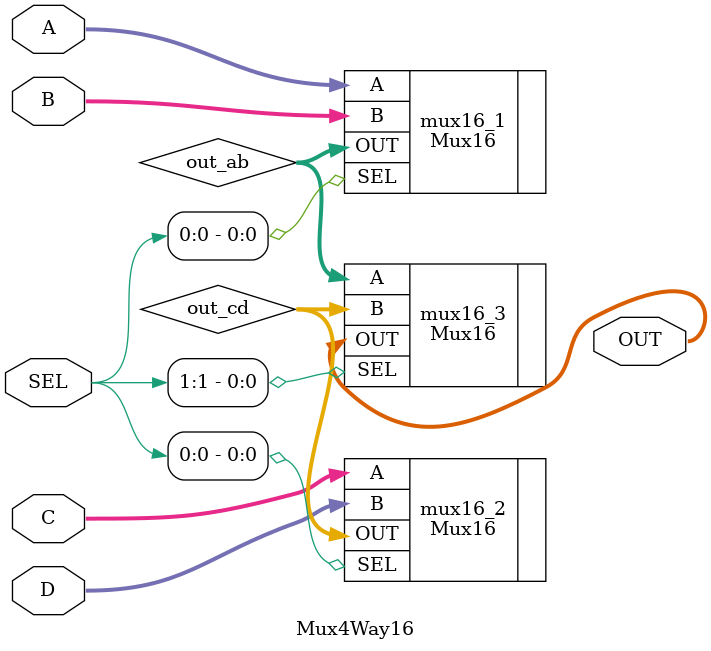
<source format=v>
/**
 * The module Mux4Way16 is a 4-way 16-bit multiplexer
 * Selects one of four 16-bit inputs based on 2-bit SEL
 * 
 * OUT = SEL[1:0] selects: 00=A, 01=B, 10=C, 11=D
 */
`default_nettype none
module Mux4Way16(
    // Data Interface
    input [15:0] A,
    input [15:0] B,
    input [15:0] C,
    input [15:0] D,
    output [15:0] OUT,

    // Control Interface
    input [1:0] SEL
);

    // Internal signals
    wire [15:0] out_ab;
    wire [15:0] out_cd;

    // Module instantiations
    
    Mux16 mux16_1(.A(A), .B(B), .SEL(SEL[0]), .OUT(out_ab));
    Mux16 mux16_2(.A(C), .B(D), .SEL(SEL[0]), .OUT(out_cd));
    Mux16 mux16_3(.A(out_ab), .B(out_cd), .SEL(SEL[1]), .OUT(OUT));

endmodule

</source>
